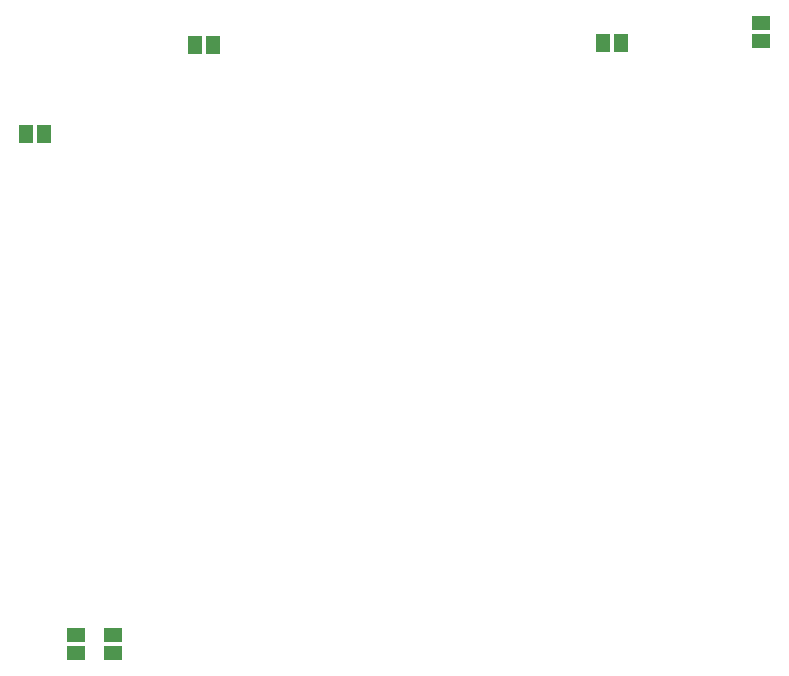
<source format=gbp>
G75*
%MOIN*%
%OFA0B0*%
%FSLAX25Y25*%
%IPPOS*%
%LPD*%
%AMOC8*
5,1,8,0,0,1.08239X$1,22.5*
%
%ADD10R,0.06300X0.04600*%
%ADD11R,0.04600X0.06300*%
D10*
X0045819Y0043800D03*
X0045819Y0049800D03*
X0058319Y0049800D03*
X0058319Y0043800D03*
X0274291Y0247707D03*
X0274291Y0253707D03*
D11*
X0227566Y0247132D03*
X0221566Y0247132D03*
X0091391Y0246482D03*
X0085391Y0246482D03*
X0035069Y0216800D03*
X0029069Y0216800D03*
M02*

</source>
